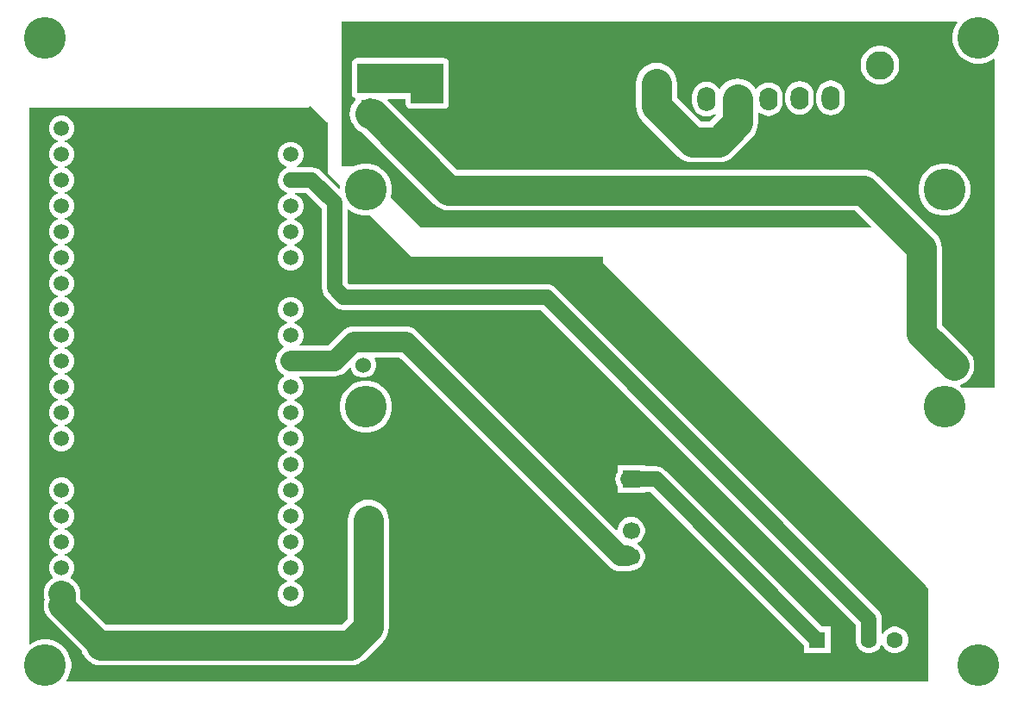
<source format=gtl>
G04*
G04 #@! TF.GenerationSoftware,Altium Limited,Altium Designer,24.9.1 (31)*
G04*
G04 Layer_Physical_Order=1*
G04 Layer_Color=255*
%FSTAX24Y24*%
%MOIN*%
G70*
G04*
G04 #@! TF.SameCoordinates,937A2281-D82C-41EB-8C72-0E8F8F28929F*
G04*
G04*
G04 #@! TF.FilePolarity,Positive*
G04*
G01*
G75*
%ADD18C,0.0591*%
%ADD34C,0.0984*%
%ADD35C,0.1181*%
%ADD36C,0.0787*%
%ADD37R,0.1260X0.1575*%
%ADD38R,0.3346X0.1181*%
%ADD39C,0.0669*%
%ADD40R,0.0669X0.0669*%
%ADD41C,0.0591*%
%ADD42R,0.0591X0.0591*%
%ADD43C,0.0600*%
%ADD44C,0.1614*%
%ADD45O,0.0700X0.0950*%
%ADD46O,0.0700X0.0900*%
%ADD47C,0.1100*%
%ADD48C,0.0630*%
%ADD49R,0.0630X0.0630*%
%ADD50C,0.0886*%
%ADD51R,0.0709X0.0709*%
%ADD52C,0.0500*%
G36*
X049457Y045937D02*
X049386Y04583D01*
X04931Y045647D01*
X049272Y045453D01*
Y045255D01*
X04931Y045061D01*
X049386Y044879D01*
X049496Y044714D01*
X049636Y044575D01*
X0498Y044465D01*
X049983Y044389D01*
X050177Y04435D01*
X050374D01*
X050568Y044389D01*
X050751Y044465D01*
X050858Y044536D01*
X050902Y044512D01*
Y031811D01*
X04963D01*
X049592Y031849D01*
X049566Y031866D01*
X049573Y031915D01*
X049623Y03193D01*
X04976Y032004D01*
X04988Y032102D01*
X049978Y032222D01*
X050051Y032359D01*
X050096Y032507D01*
X050111Y032661D01*
X050096Y032816D01*
X050051Y032964D01*
X049978Y033101D01*
X04988Y033221D01*
X048862Y034238D01*
Y037205D01*
X048862Y037205D01*
X048847Y037359D01*
X048802Y037508D01*
X048729Y037644D01*
X04863Y037764D01*
X04863Y037764D01*
X046378Y040017D01*
X046258Y040115D01*
X046121Y040188D01*
X045973Y040233D01*
X045818Y040248D01*
X030122D01*
X027433Y042938D01*
X027453Y042988D01*
X028146D01*
Y042795D01*
X028161Y042718D01*
X028205Y042653D01*
X02827Y04261D01*
X028346Y042595D01*
X029606D01*
X029683Y04261D01*
X029748Y042653D01*
X029792Y042718D01*
X029807Y042795D01*
Y04437D01*
X029792Y044447D01*
X029748Y044512D01*
X029683Y044556D01*
X029606Y044571D01*
X02626D01*
X026183Y044556D01*
X026118Y044512D01*
X026074Y044447D01*
X026059Y04437D01*
Y043189D01*
X026074Y043112D01*
X026118Y043047D01*
X026183Y043004D01*
X026185Y043003D01*
X026193Y04299D01*
X026202Y042949D01*
X026114Y042841D01*
X026041Y042704D01*
X025996Y042556D01*
X02598Y042402D01*
X025996Y042247D01*
X026041Y042099D01*
X026114Y041962D01*
X026212Y041842D01*
X026332Y041744D01*
X026455Y041678D01*
X029235Y038898D01*
X029235Y038898D01*
X029355Y038799D01*
X029492Y038726D01*
X02964Y038681D01*
X029795Y038666D01*
X029795Y038666D01*
X045491D01*
X046118Y038038D01*
X046099Y037992D01*
X02874D01*
X027564Y039168D01*
X027567Y039176D01*
X027606Y03937D01*
Y039568D01*
X027567Y039762D01*
X027492Y039944D01*
X027382Y040109D01*
X027242Y040249D01*
X027078Y040359D01*
X026895Y040434D01*
X026701Y040473D01*
X026503D01*
X026309Y040434D01*
X026133Y040361D01*
X02567D01*
Y045981D01*
X049434D01*
X049457Y045937D01*
D02*
G37*
G36*
X025079Y042087D02*
X025118D01*
Y040118D01*
X02561Y039627D01*
X025598Y039568D01*
Y039524D01*
X025552Y039504D01*
X024863Y040194D01*
X02476Y040272D01*
X02464Y040322D01*
X024512Y040339D01*
X023934D01*
X023921Y040389D01*
X023996Y040433D01*
X024088Y040524D01*
X024153Y040636D01*
X024186Y040762D01*
Y040891D01*
X024153Y041016D01*
X024088Y041129D01*
X023996Y04122D01*
X023884Y041285D01*
X023759Y041318D01*
X023629D01*
X023504Y041285D01*
X023392Y04122D01*
X0233Y041129D01*
X023236Y041016D01*
X023202Y040891D01*
Y040762D01*
X023236Y040636D01*
X0233Y040524D01*
X023392Y040433D01*
X023504Y040368D01*
X023533Y04036D01*
X023537Y040307D01*
X023453Y040272D01*
X02335Y040194D01*
X023271Y040091D01*
X023252Y040045D01*
X023236Y040016D01*
X023227Y039985D01*
X023221Y039971D01*
X023219Y039956D01*
X023202Y039891D01*
Y039762D01*
X023236Y039636D01*
X0233Y039524D01*
X023392Y039433D01*
X023504Y039368D01*
X023562Y039352D01*
Y0393D01*
X023504Y039285D01*
X023392Y03922D01*
X0233Y039129D01*
X023236Y039016D01*
X023202Y038891D01*
Y038762D01*
X023236Y038636D01*
X0233Y038524D01*
X023392Y038433D01*
X023504Y038368D01*
X023562Y038352D01*
Y0383D01*
X023504Y038285D01*
X023392Y03822D01*
X0233Y038129D01*
X023236Y038016D01*
X023202Y037891D01*
Y037762D01*
X023236Y037636D01*
X0233Y037524D01*
X023392Y037433D01*
X023504Y037368D01*
X023562Y037352D01*
Y037301D01*
X023504Y037285D01*
X023392Y03722D01*
X0233Y037129D01*
X023236Y037016D01*
X023202Y036891D01*
Y036762D01*
X023236Y036636D01*
X0233Y036524D01*
X023392Y036433D01*
X023504Y036368D01*
X023629Y036334D01*
X023759D01*
X023884Y036368D01*
X023996Y036433D01*
X024088Y036524D01*
X024153Y036636D01*
X024186Y036762D01*
Y036891D01*
X024153Y037016D01*
X024088Y037129D01*
X023996Y03722D01*
X023884Y037285D01*
X023826Y037301D01*
Y037352D01*
X023884Y037368D01*
X023996Y037433D01*
X024088Y037524D01*
X024153Y037636D01*
X024186Y037762D01*
Y037891D01*
X024153Y038016D01*
X024088Y038129D01*
X023996Y03822D01*
X023884Y038285D01*
X023826Y0383D01*
Y038352D01*
X023884Y038368D01*
X023996Y038433D01*
X024088Y038524D01*
X024153Y038636D01*
X024186Y038762D01*
Y038891D01*
X024153Y039016D01*
X024088Y039129D01*
X023996Y03922D01*
X023884Y039285D01*
X023842Y039296D01*
X023849Y039346D01*
X024306D01*
X024897Y038755D01*
Y035659D01*
X024914Y03553D01*
X024964Y03541D01*
X025043Y035308D01*
X025389Y034962D01*
X025491Y034883D01*
X025611Y034833D01*
X02574Y034816D01*
X033379D01*
X045543Y022653D01*
Y022172D01*
X045528Y022115D01*
Y02198D01*
X045562Y02185D01*
X04563Y021733D01*
X045725Y021638D01*
X045842Y02157D01*
X045972Y021535D01*
X046107D01*
X046237Y02157D01*
X046354Y021638D01*
X046449Y021733D01*
X046512Y021843D01*
X046539Y021847D01*
X046566Y021843D01*
X04663Y021733D01*
X046725Y021638D01*
X046842Y02157D01*
X046972Y021535D01*
X047107D01*
X047237Y02157D01*
X047354Y021638D01*
X047449Y021733D01*
X047516Y02185D01*
X047551Y02198D01*
Y022115D01*
X047516Y022245D01*
X047449Y022362D01*
X047354Y022457D01*
X047237Y022524D01*
X047107Y022559D01*
X046972D01*
X046842Y022524D01*
X046725Y022457D01*
X04663Y022362D01*
X046586Y022285D01*
X046536Y022299D01*
Y022858D01*
X046519Y022987D01*
X046469Y023106D01*
X04639Y023209D01*
X033936Y035664D01*
X033833Y035743D01*
X033713Y035792D01*
X033585Y035809D01*
X025945D01*
X02589Y035864D01*
Y038696D01*
X025936Y038715D01*
X025962Y038689D01*
X026126Y038579D01*
X026309Y038504D01*
X026503Y038465D01*
X026701D01*
X02676Y038477D01*
X028346Y03689D01*
X035748D01*
Y036654D01*
X048346Y024055D01*
Y020437D01*
X015055D01*
X015031Y020481D01*
X015102Y020587D01*
X015178Y02077D01*
X015217Y020964D01*
Y021162D01*
X015178Y021356D01*
X015102Y021539D01*
X014992Y021703D01*
X014853Y021843D01*
X014688Y021953D01*
X014505Y022028D01*
X014311Y022067D01*
X014114D01*
X01392Y022028D01*
X013737Y021953D01*
X013631Y021881D01*
X013586Y021905D01*
Y042638D01*
X02437D01*
X024449Y042717D01*
X025079Y042087D01*
D02*
G37*
%LPC*%
G36*
X046538Y045038D02*
X046391D01*
X046247Y045009D01*
X046111Y044953D01*
X045988Y044871D01*
X045884Y044767D01*
X045803Y044645D01*
X045746Y044509D01*
X045718Y044365D01*
Y044218D01*
X045746Y044073D01*
X045803Y043938D01*
X045884Y043815D01*
X045988Y043711D01*
X046111Y043629D01*
X046247Y043573D01*
X046391Y043544D01*
X046538D01*
X046682Y043573D01*
X046818Y043629D01*
X046941Y043711D01*
X047045Y043815D01*
X047126Y043938D01*
X047183Y044073D01*
X047211Y044218D01*
Y044365D01*
X047183Y044509D01*
X047126Y044645D01*
X047045Y044767D01*
X046941Y044871D01*
X046818Y044953D01*
X046682Y045009D01*
X046538Y045038D01*
D02*
G37*
G36*
X043361Y043673D02*
X043218Y043654D01*
X043085Y043599D01*
X042971Y043511D01*
X042883Y043397D01*
X042828Y043264D01*
X042809Y043121D01*
Y042921D01*
X042828Y042779D01*
X042883Y042645D01*
X042971Y042531D01*
X043085Y042444D01*
X043218Y042388D01*
X043361Y04237D01*
X043504Y042388D01*
X043637Y042444D01*
X043751Y042531D01*
X043839Y042645D01*
X043894Y042779D01*
X043913Y042921D01*
Y043121D01*
X043894Y043264D01*
X043839Y043397D01*
X043751Y043511D01*
X043637Y043599D01*
X043504Y043654D01*
X043361Y043673D01*
D02*
G37*
G36*
X044561Y043698D02*
X044418Y043679D01*
X044285Y043624D01*
X044171Y043536D01*
X044083Y043422D01*
X044028Y043289D01*
X044009Y043146D01*
Y042896D01*
X044028Y042754D01*
X044083Y04262D01*
X044171Y042506D01*
X044285Y042419D01*
X044418Y042363D01*
X044561Y042345D01*
X044704Y042363D01*
X044837Y042419D01*
X044951Y042506D01*
X045039Y04262D01*
X045094Y042754D01*
X045113Y042896D01*
Y043146D01*
X045094Y043289D01*
X045039Y043422D01*
X044951Y043536D01*
X044837Y043624D01*
X044704Y043679D01*
X044561Y043698D01*
D02*
G37*
G36*
X037835Y044374D02*
X03768Y044359D01*
X037532Y044314D01*
X037395Y044241D01*
X037275Y044142D01*
X037177Y044022D01*
X037104Y043885D01*
X037059Y043737D01*
X037043Y043583D01*
Y042717D01*
X037059Y042562D01*
X037104Y042414D01*
X037177Y042277D01*
X037275Y042157D01*
X038676Y040757D01*
X038676Y040757D01*
X038796Y040658D01*
X038932Y040585D01*
X039081Y04054D01*
X039235Y040525D01*
X039235Y040525D01*
X040214D01*
X040368Y04054D01*
X040516Y040585D01*
X040653Y040658D01*
X040773Y040757D01*
X041521Y041504D01*
X041619Y041624D01*
X041692Y041761D01*
X041737Y041909D01*
X041752Y042063D01*
X041752Y042063D01*
Y042433D01*
X041802Y042457D01*
X041885Y042394D01*
X042018Y042338D01*
X042161Y04232D01*
X042304Y042338D01*
X042437Y042394D01*
X042551Y042481D01*
X042639Y042595D01*
X042694Y042729D01*
X042713Y042871D01*
Y043071D01*
X042694Y043214D01*
X042639Y043347D01*
X042551Y043461D01*
X042437Y043549D01*
X042304Y043604D01*
X042161Y043623D01*
X042018Y043604D01*
X041885Y043549D01*
X041771Y043461D01*
X041699Y043367D01*
X041641Y043369D01*
X041619Y043411D01*
X041521Y043531D01*
X041401Y043629D01*
X041264Y043702D01*
X041115Y043747D01*
X040961Y043762D01*
X040807Y043747D01*
X040658Y043702D01*
X040521Y043629D01*
X040402Y043531D01*
X040303Y043411D01*
X040285Y043377D01*
X040231Y043382D01*
X040151Y043486D01*
X040037Y043574D01*
X039904Y043629D01*
X039761Y043648D01*
X039618Y043629D01*
X039485Y043574D01*
X039371Y043486D01*
X039283Y043372D01*
X039228Y043239D01*
X039209Y043096D01*
Y042846D01*
X039228Y042703D01*
X039283Y04257D01*
X039371Y042456D01*
X039485Y042369D01*
X039618Y042313D01*
X039761Y042295D01*
X039904Y042313D01*
X040037Y042369D01*
X040086Y042406D01*
X04014Y042385D01*
X040144Y042365D01*
X039886Y042107D01*
X039563D01*
X038626Y043044D01*
Y043583D01*
X038611Y043737D01*
X038566Y043885D01*
X038493Y044022D01*
X038394Y044142D01*
X038274Y044241D01*
X038137Y044314D01*
X037989Y044359D01*
X037835Y044374D01*
D02*
G37*
G36*
X049051Y040473D02*
X048853D01*
X048659Y040434D01*
X048476Y040359D01*
X048312Y040249D01*
X048172Y040109D01*
X048062Y039944D01*
X047987Y039762D01*
X047948Y039568D01*
Y03937D01*
X047987Y039176D01*
X048062Y038993D01*
X048172Y038829D01*
X048312Y038689D01*
X048476Y038579D01*
X048659Y038504D01*
X048853Y038465D01*
X049051D01*
X049245Y038504D01*
X049428Y038579D01*
X049592Y038689D01*
X049732Y038829D01*
X049842Y038993D01*
X049917Y039176D01*
X049956Y03937D01*
Y039568D01*
X049917Y039762D01*
X049842Y039944D01*
X049732Y040109D01*
X049592Y040249D01*
X049428Y040359D01*
X049245Y040434D01*
X049051Y040473D01*
D02*
G37*
G36*
X026701Y032073D02*
X026503D01*
X026309Y032034D01*
X026126Y031959D01*
X025962Y031849D01*
X025822Y031709D01*
X025712Y031544D01*
X025637Y031362D01*
X025598Y031168D01*
Y03097D01*
X025637Y030776D01*
X025712Y030593D01*
X025822Y030429D01*
X025962Y030289D01*
X026126Y030179D01*
X026309Y030104D01*
X026503Y030065D01*
X026701D01*
X026895Y030104D01*
X027078Y030179D01*
X027242Y030289D01*
X027382Y030429D01*
X027492Y030593D01*
X027567Y030776D01*
X027606Y03097D01*
Y031168D01*
X027567Y031362D01*
X027492Y031544D01*
X027382Y031709D01*
X027242Y031849D01*
X027078Y031959D01*
X026895Y032034D01*
X026701Y032073D01*
D02*
G37*
G36*
X014907Y042335D02*
X014778D01*
X014653Y042301D01*
X01454Y042236D01*
X014449Y042145D01*
X014384Y042032D01*
X01435Y041907D01*
Y041778D01*
X014384Y041653D01*
X014449Y04154D01*
X01454Y041449D01*
X014653Y041384D01*
X014711Y041368D01*
Y041317D01*
X014653Y041301D01*
X01454Y041236D01*
X014449Y041145D01*
X014384Y041032D01*
X01435Y040907D01*
Y040778D01*
X014384Y040653D01*
X014449Y04054D01*
X01454Y040449D01*
X014653Y040384D01*
X014711Y040368D01*
Y040317D01*
X014653Y040301D01*
X01454Y040236D01*
X014449Y040145D01*
X014384Y040032D01*
X01435Y039907D01*
Y039778D01*
X014384Y039653D01*
X014449Y03954D01*
X01454Y039449D01*
X014653Y039384D01*
X014711Y039368D01*
Y039317D01*
X014653Y039301D01*
X01454Y039236D01*
X014449Y039145D01*
X014384Y039032D01*
X01435Y038907D01*
Y038778D01*
X014384Y038653D01*
X014449Y03854D01*
X01454Y038449D01*
X014653Y038384D01*
X014711Y038368D01*
Y038317D01*
X014653Y038301D01*
X01454Y038236D01*
X014449Y038145D01*
X014384Y038032D01*
X01435Y037907D01*
Y037778D01*
X014384Y037653D01*
X014449Y03754D01*
X01454Y037449D01*
X014653Y037384D01*
X014711Y037368D01*
Y037317D01*
X014653Y037301D01*
X01454Y037236D01*
X014449Y037145D01*
X014384Y037032D01*
X01435Y036907D01*
Y036778D01*
X014384Y036653D01*
X014449Y03654D01*
X01454Y036449D01*
X014653Y036384D01*
X014711Y036368D01*
Y036317D01*
X014653Y036301D01*
X01454Y036236D01*
X014449Y036145D01*
X014384Y036032D01*
X01435Y035907D01*
Y035778D01*
X014384Y035653D01*
X014449Y03554D01*
X01454Y035449D01*
X014653Y035384D01*
X014711Y035368D01*
Y035317D01*
X014653Y035301D01*
X01454Y035236D01*
X014449Y035145D01*
X014384Y035032D01*
X01435Y034907D01*
Y034778D01*
X014384Y034653D01*
X014449Y03454D01*
X01454Y034449D01*
X014653Y034384D01*
X014711Y034368D01*
Y034317D01*
X014653Y034301D01*
X01454Y034236D01*
X014449Y034145D01*
X014384Y034032D01*
X01435Y033907D01*
Y033778D01*
X014384Y033653D01*
X014449Y03354D01*
X01454Y033449D01*
X014653Y033384D01*
X014711Y033368D01*
Y033317D01*
X014653Y033301D01*
X01454Y033236D01*
X014449Y033145D01*
X014384Y033032D01*
X01435Y032907D01*
Y032778D01*
X014384Y032653D01*
X014449Y03254D01*
X01454Y032449D01*
X014653Y032384D01*
X014711Y032368D01*
Y032317D01*
X014653Y032301D01*
X01454Y032236D01*
X014449Y032145D01*
X014384Y032032D01*
X01435Y031907D01*
Y031778D01*
X014384Y031653D01*
X014449Y03154D01*
X01454Y031449D01*
X014653Y031384D01*
X014711Y031368D01*
Y031317D01*
X014653Y031301D01*
X01454Y031236D01*
X014449Y031145D01*
X014384Y031032D01*
X01435Y030907D01*
Y030778D01*
X014384Y030653D01*
X014449Y03054D01*
X01454Y030449D01*
X014653Y030384D01*
X014711Y030368D01*
Y030317D01*
X014653Y030301D01*
X01454Y030236D01*
X014449Y030145D01*
X014384Y030032D01*
X01435Y029907D01*
Y029778D01*
X014384Y029653D01*
X014449Y02954D01*
X01454Y029449D01*
X014653Y029384D01*
X014778Y02935D01*
X014907D01*
X015032Y029384D01*
X015145Y029449D01*
X015236Y02954D01*
X015301Y029653D01*
X015335Y029778D01*
Y029907D01*
X015301Y030032D01*
X015236Y030145D01*
X015145Y030236D01*
X015032Y030301D01*
X014975Y030317D01*
Y030368D01*
X015032Y030384D01*
X015145Y030449D01*
X015236Y03054D01*
X015301Y030653D01*
X015335Y030778D01*
Y030907D01*
X015301Y031032D01*
X015236Y031145D01*
X015145Y031236D01*
X015032Y031301D01*
X014975Y031317D01*
Y031368D01*
X015032Y031384D01*
X015145Y031449D01*
X015236Y03154D01*
X015301Y031653D01*
X015335Y031778D01*
Y031907D01*
X015301Y032032D01*
X015236Y032145D01*
X015145Y032236D01*
X015032Y032301D01*
X014975Y032317D01*
Y032368D01*
X015032Y032384D01*
X015145Y032449D01*
X015236Y03254D01*
X015301Y032653D01*
X015335Y032778D01*
Y032907D01*
X015301Y033032D01*
X015236Y033145D01*
X015145Y033236D01*
X015032Y033301D01*
X014975Y033317D01*
Y033368D01*
X015032Y033384D01*
X015145Y033449D01*
X015236Y03354D01*
X015301Y033653D01*
X015335Y033778D01*
Y033907D01*
X015301Y034032D01*
X015236Y034145D01*
X015145Y034236D01*
X015032Y034301D01*
X014975Y034317D01*
Y034368D01*
X015032Y034384D01*
X015145Y034449D01*
X015236Y03454D01*
X015301Y034653D01*
X015335Y034778D01*
Y034907D01*
X015301Y035032D01*
X015236Y035145D01*
X015145Y035236D01*
X015032Y035301D01*
X014975Y035317D01*
Y035368D01*
X015032Y035384D01*
X015145Y035449D01*
X015236Y03554D01*
X015301Y035653D01*
X015335Y035778D01*
Y035907D01*
X015301Y036032D01*
X015236Y036145D01*
X015145Y036236D01*
X015032Y036301D01*
X014975Y036317D01*
Y036368D01*
X015032Y036384D01*
X015145Y036449D01*
X015236Y03654D01*
X015301Y036653D01*
X015335Y036778D01*
Y036907D01*
X015301Y037032D01*
X015236Y037145D01*
X015145Y037236D01*
X015032Y037301D01*
X014975Y037317D01*
Y037368D01*
X015032Y037384D01*
X015145Y037449D01*
X015236Y03754D01*
X015301Y037653D01*
X015335Y037778D01*
Y037907D01*
X015301Y038032D01*
X015236Y038145D01*
X015145Y038236D01*
X015032Y038301D01*
X014975Y038317D01*
Y038368D01*
X015032Y038384D01*
X015145Y038449D01*
X015236Y03854D01*
X015301Y038653D01*
X015335Y038778D01*
Y038907D01*
X015301Y039032D01*
X015236Y039145D01*
X015145Y039236D01*
X015032Y039301D01*
X014975Y039317D01*
Y039368D01*
X015032Y039384D01*
X015145Y039449D01*
X015236Y03954D01*
X015301Y039653D01*
X015335Y039778D01*
Y039907D01*
X015301Y040032D01*
X015236Y040145D01*
X015145Y040236D01*
X015032Y040301D01*
X014975Y040317D01*
Y040368D01*
X015032Y040384D01*
X015145Y040449D01*
X015236Y04054D01*
X015301Y040653D01*
X015335Y040778D01*
Y040907D01*
X015301Y041032D01*
X015236Y041145D01*
X015145Y041236D01*
X015032Y041301D01*
X014975Y041317D01*
Y041368D01*
X015032Y041384D01*
X015145Y041449D01*
X015236Y04154D01*
X015301Y041653D01*
X015335Y041778D01*
Y041907D01*
X015301Y042032D01*
X015236Y042145D01*
X015145Y042236D01*
X015032Y042301D01*
X014907Y042335D01*
D02*
G37*
G36*
X023759Y035319D02*
X023629D01*
X023504Y035285D01*
X023392Y03522D01*
X0233Y035129D01*
X023236Y035016D01*
X023202Y034891D01*
Y034762D01*
X023236Y034636D01*
X0233Y034524D01*
X023392Y034433D01*
X023504Y034368D01*
X023562Y034352D01*
Y0343D01*
X023504Y034285D01*
X023392Y03422D01*
X0233Y034129D01*
X023236Y034016D01*
X023202Y033891D01*
Y033762D01*
X023236Y033636D01*
X0233Y033524D01*
X023392Y033433D01*
X023424Y033414D01*
X023423Y033364D01*
X023371Y033336D01*
X023281Y033262D01*
X023207Y033172D01*
X023153Y03307D01*
X023119Y032958D01*
X023107Y032843D01*
X023119Y032727D01*
X023153Y032615D01*
X023207Y032513D01*
X023281Y032423D01*
X023371Y032349D01*
X023446Y032309D01*
X023447Y032252D01*
X023392Y03222D01*
X0233Y032129D01*
X023236Y032016D01*
X023202Y031891D01*
Y031762D01*
X023236Y031636D01*
X0233Y031524D01*
X023392Y031433D01*
X023504Y031368D01*
X023562Y031352D01*
Y0313D01*
X023504Y031285D01*
X023392Y03122D01*
X0233Y031129D01*
X023236Y031016D01*
X023202Y030891D01*
Y030762D01*
X023236Y030636D01*
X0233Y030524D01*
X023392Y030433D01*
X023504Y030368D01*
X023562Y030352D01*
Y030301D01*
X023504Y030285D01*
X023392Y03022D01*
X0233Y030129D01*
X023236Y030016D01*
X023202Y029891D01*
Y029762D01*
X023236Y029636D01*
X0233Y029524D01*
X023392Y029433D01*
X023504Y029368D01*
X023562Y029352D01*
Y0293D01*
X023504Y029285D01*
X023392Y02922D01*
X0233Y029129D01*
X023236Y029016D01*
X023202Y028891D01*
Y028762D01*
X023236Y028636D01*
X0233Y028524D01*
X023392Y028433D01*
X023504Y028368D01*
X023562Y028352D01*
Y0283D01*
X023504Y028285D01*
X023392Y02822D01*
X0233Y028129D01*
X023236Y028016D01*
X023202Y027891D01*
Y027762D01*
X023236Y027636D01*
X0233Y027524D01*
X023392Y027433D01*
X023504Y027368D01*
X023562Y027352D01*
Y027301D01*
X023504Y027285D01*
X023392Y02722D01*
X0233Y027129D01*
X023236Y027016D01*
X023202Y026891D01*
Y026762D01*
X023236Y026636D01*
X0233Y026524D01*
X023392Y026433D01*
X023504Y026368D01*
X023562Y026352D01*
Y0263D01*
X023504Y026285D01*
X023392Y02622D01*
X0233Y026129D01*
X023236Y026016D01*
X023202Y025891D01*
Y025762D01*
X023236Y025636D01*
X0233Y025524D01*
X023392Y025433D01*
X023504Y025368D01*
X023562Y025352D01*
Y025301D01*
X023504Y025285D01*
X023392Y02522D01*
X0233Y025129D01*
X023236Y025016D01*
X023202Y024891D01*
Y024762D01*
X023236Y024636D01*
X0233Y024524D01*
X023392Y024433D01*
X023504Y024368D01*
X023562Y024352D01*
Y0243D01*
X023504Y024285D01*
X023392Y02422D01*
X0233Y024129D01*
X023236Y024016D01*
X023202Y023891D01*
Y023762D01*
X023236Y023636D01*
X0233Y023524D01*
X023392Y023433D01*
X023504Y023368D01*
X023629Y023334D01*
X023759D01*
X023884Y023368D01*
X023996Y023433D01*
X024088Y023524D01*
X024153Y023636D01*
X024186Y023762D01*
Y023891D01*
X024153Y024016D01*
X024088Y024129D01*
X023996Y02422D01*
X023884Y024285D01*
X023826Y0243D01*
Y024352D01*
X023884Y024368D01*
X023996Y024433D01*
X024088Y024524D01*
X024153Y024636D01*
X024186Y024762D01*
Y024891D01*
X024153Y025016D01*
X024088Y025129D01*
X023996Y02522D01*
X023884Y025285D01*
X023826Y025301D01*
Y025352D01*
X023884Y025368D01*
X023996Y025433D01*
X024088Y025524D01*
X024153Y025636D01*
X024186Y025762D01*
Y025891D01*
X024153Y026016D01*
X024088Y026129D01*
X023996Y02622D01*
X023884Y026285D01*
X023826Y0263D01*
Y026352D01*
X023884Y026368D01*
X023996Y026433D01*
X024088Y026524D01*
X024153Y026636D01*
X024186Y026762D01*
Y026891D01*
X024153Y027016D01*
X024088Y027129D01*
X023996Y02722D01*
X023884Y027285D01*
X023826Y027301D01*
Y027352D01*
X023884Y027368D01*
X023996Y027433D01*
X024088Y027524D01*
X024153Y027636D01*
X024186Y027762D01*
Y027891D01*
X024153Y028016D01*
X024088Y028129D01*
X023996Y02822D01*
X023884Y028285D01*
X023826Y0283D01*
Y028352D01*
X023884Y028368D01*
X023996Y028433D01*
X024088Y028524D01*
X024153Y028636D01*
X024186Y028762D01*
Y028891D01*
X024153Y029016D01*
X024088Y029129D01*
X023996Y02922D01*
X023884Y029285D01*
X023826Y0293D01*
Y029352D01*
X023884Y029368D01*
X023996Y029433D01*
X024088Y029524D01*
X024153Y029636D01*
X024186Y029762D01*
Y029891D01*
X024153Y030016D01*
X024088Y030129D01*
X023996Y03022D01*
X023884Y030285D01*
X023826Y030301D01*
Y030352D01*
X023884Y030368D01*
X023996Y030433D01*
X024088Y030524D01*
X024153Y030636D01*
X024186Y030762D01*
Y030891D01*
X024153Y031016D01*
X024088Y031129D01*
X023996Y03122D01*
X023884Y031285D01*
X023826Y0313D01*
Y031352D01*
X023884Y031368D01*
X023996Y031433D01*
X024088Y031524D01*
X024153Y031636D01*
X024186Y031762D01*
Y031891D01*
X024153Y032016D01*
X024088Y032129D01*
X024017Y032199D01*
X024038Y032249D01*
X025394D01*
X02551Y032261D01*
X025621Y032294D01*
X025724Y032349D01*
X025814Y032423D01*
X02597Y032579D01*
X026018Y032566D01*
X026037Y032497D01*
X026102Y032384D01*
X026195Y032291D01*
X026308Y032226D01*
X026435Y032192D01*
X026565D01*
X026692Y032226D01*
X026805Y032291D01*
X026898Y032384D01*
X026963Y032497D01*
X026997Y032624D01*
Y032754D01*
X026963Y032881D01*
X026927Y032943D01*
X026952Y032986D01*
X027907D01*
X036015Y024878D01*
X036105Y024805D01*
X036207Y02475D01*
X036319Y024716D01*
X036434Y024705D01*
X036706D01*
X036822Y024716D01*
X036888Y024736D01*
X03692D01*
X037056Y024772D01*
X037177Y024842D01*
X037276Y024941D01*
X037346Y025063D01*
X037382Y025198D01*
Y025338D01*
X037346Y025473D01*
X037276Y025594D01*
X037177Y025693D01*
X037105Y025734D01*
X037091Y025746D01*
X037095Y025795D01*
X037177Y025842D01*
X037276Y025941D01*
X037346Y026063D01*
X037382Y026198D01*
Y026338D01*
X037346Y026473D01*
X037276Y026594D01*
X037177Y026693D01*
X037056Y026763D01*
X03692Y026799D01*
X03678D01*
X036645Y026763D01*
X036524Y026693D01*
X036425Y026594D01*
X036355Y026473D01*
X036319Y026338D01*
Y026318D01*
X036273Y026299D01*
X028572Y033999D01*
X028482Y034073D01*
X02838Y034128D01*
X028269Y034162D01*
X028153Y034173D01*
X026131D01*
X026015Y034162D01*
X025904Y034128D01*
X025801Y034073D01*
X025712Y033999D01*
X025148Y033436D01*
X024065D01*
X024046Y033482D01*
X024088Y033524D01*
X024153Y033636D01*
X024186Y033762D01*
Y033891D01*
X024153Y034016D01*
X024088Y034129D01*
X023996Y03422D01*
X023884Y034285D01*
X023826Y0343D01*
Y034352D01*
X023884Y034368D01*
X023996Y034433D01*
X024088Y034524D01*
X024153Y034636D01*
X024186Y034762D01*
Y034891D01*
X024153Y035016D01*
X024088Y035129D01*
X023996Y03522D01*
X023884Y035285D01*
X023759Y035319D01*
D02*
G37*
G36*
X037382Y028799D02*
X036319D01*
Y028541D01*
X036302Y02852D01*
X036253Y0284D01*
X036236Y028272D01*
X036253Y028143D01*
X036302Y028023D01*
X036319Y028002D01*
Y027736D01*
X037382D01*
Y027775D01*
X037609D01*
X043528Y021857D01*
Y021535D01*
X044551D01*
Y022559D01*
X04423D01*
X038166Y028623D01*
X038063Y028702D01*
X037943Y028751D01*
X037815Y028768D01*
X037382D01*
Y028799D01*
D02*
G37*
G36*
X014907Y028335D02*
X014778D01*
X014653Y028301D01*
X01454Y028236D01*
X014449Y028145D01*
X014384Y028032D01*
X01435Y027907D01*
Y027778D01*
X014384Y027653D01*
X014449Y02754D01*
X01454Y027449D01*
X014653Y027384D01*
X014711Y027368D01*
Y027317D01*
X014653Y027301D01*
X01454Y027236D01*
X014449Y027145D01*
X014384Y027032D01*
X01435Y026907D01*
Y026778D01*
X014384Y026653D01*
X014449Y02654D01*
X01454Y026449D01*
X014653Y026384D01*
X014711Y026368D01*
Y026317D01*
X014653Y026301D01*
X01454Y026236D01*
X014449Y026145D01*
X014384Y026032D01*
X01435Y025907D01*
Y025778D01*
X014384Y025653D01*
X014449Y02554D01*
X01454Y025449D01*
X014653Y025384D01*
X014711Y025368D01*
Y025317D01*
X014653Y025301D01*
X01454Y025236D01*
X014449Y025145D01*
X014384Y025032D01*
X01435Y024907D01*
Y024778D01*
X014384Y024653D01*
X014449Y02454D01*
X014502Y024487D01*
X014495Y024438D01*
X014458Y024418D01*
X014356Y024335D01*
X01435D01*
Y024329D01*
X014267Y024227D01*
X014203Y024107D01*
X014164Y023978D01*
X01415Y023843D01*
X014164Y023707D01*
X01419Y023622D01*
Y023607D01*
X014164Y023521D01*
X01415Y023386D01*
X014164Y023251D01*
X014203Y023121D01*
X014267Y023001D01*
X014353Y022896D01*
X015623Y021626D01*
X015647Y021548D01*
X01572Y021411D01*
X015818Y021291D01*
X015938Y021193D01*
X016075Y021119D01*
X016224Y021074D01*
X016378Y021059D01*
X026001D01*
X026155Y021074D01*
X026304Y021119D01*
X026441Y021193D01*
X026561Y021291D01*
X027252Y021983D01*
X027252Y021983D01*
X027351Y022103D01*
X027424Y022239D01*
X027469Y022388D01*
X027484Y022542D01*
X027484Y022542D01*
Y026687D01*
X027469Y026841D01*
X027424Y02699D01*
X027351Y027126D01*
X027252Y027246D01*
X027132Y027345D01*
X026996Y027418D01*
X026847Y027463D01*
X026693Y027478D01*
X026539Y027463D01*
X02639Y027418D01*
X026253Y027345D01*
X026133Y027246D01*
X026035Y027126D01*
X025962Y02699D01*
X025917Y026841D01*
X025902Y026687D01*
Y02287D01*
X025673Y022642D01*
X016566D01*
X015574Y023633D01*
Y023803D01*
X015561Y023938D01*
X015522Y024068D01*
X015458Y024188D01*
X015371Y024293D01*
X015335Y024329D01*
Y024335D01*
X015329D01*
X015227Y024418D01*
X015191Y024438D01*
X015183Y024487D01*
X015236Y02454D01*
X015301Y024653D01*
X015335Y024778D01*
Y024907D01*
X015301Y025032D01*
X015236Y025145D01*
X015145Y025236D01*
X015032Y025301D01*
X014975Y025317D01*
Y025368D01*
X015032Y025384D01*
X015145Y025449D01*
X015236Y02554D01*
X015301Y025653D01*
X015335Y025778D01*
Y025907D01*
X015301Y026032D01*
X015236Y026145D01*
X015145Y026236D01*
X015032Y026301D01*
X014975Y026317D01*
Y026368D01*
X015032Y026384D01*
X015145Y026449D01*
X015236Y02654D01*
X015301Y026653D01*
X015335Y026778D01*
Y026907D01*
X015301Y027032D01*
X015236Y027145D01*
X015145Y027236D01*
X015032Y027301D01*
X014975Y027317D01*
Y027368D01*
X015032Y027384D01*
X015145Y027449D01*
X015236Y02754D01*
X015301Y027653D01*
X015335Y027778D01*
Y027907D01*
X015301Y028032D01*
X015236Y028145D01*
X015145Y028236D01*
X015032Y028301D01*
X014907Y028335D01*
D02*
G37*
%LPD*%
D18*
X02574Y035313D02*
X033585D01*
X046039Y022858D01*
X025394Y035659D02*
X02574Y035313D01*
X025394Y035659D02*
Y038961D01*
X024512Y039843D02*
X025394Y038961D01*
X023701Y039843D02*
X024512D01*
X036732Y028272D02*
X037815D01*
X044039Y022047D01*
X046039D02*
Y022858D01*
D34*
X014882Y023583D02*
Y023803D01*
X014843Y023843D02*
X014882Y023803D01*
X014843Y023386D02*
X016378Y02185D01*
D35*
X026001D01*
X026772Y042402D02*
X02685D01*
X029795Y039457D02*
X045818D01*
X02685Y042402D02*
X029795Y039457D01*
X045818D02*
X048071Y037205D01*
Y033911D02*
Y037205D01*
Y033911D02*
X04932Y032661D01*
X026001Y02185D02*
X026693Y022542D01*
Y026687D01*
X037835Y042717D02*
Y043583D01*
X040214Y041316D02*
X040961Y042063D01*
X039235Y041316D02*
X040214D01*
X040961Y042063D02*
Y042971D01*
X037835Y042717D02*
X039235Y041316D01*
D36*
X026772Y042402D02*
Y042598D01*
X025394Y032843D02*
X026131Y03358D01*
X023701Y032843D02*
X025394D01*
X026131Y03358D02*
X028153D01*
X036434Y025298D02*
X036706D01*
X028153Y03358D02*
X036434Y025298D01*
D37*
X028976Y043583D02*
D03*
D38*
X027933Y04378D02*
D03*
D39*
X03685Y025268D02*
D03*
Y026268D02*
D03*
Y027268D02*
D03*
D40*
Y028268D02*
D03*
D41*
X023694Y023826D02*
D03*
Y024826D02*
D03*
Y025826D02*
D03*
Y026826D02*
D03*
Y027826D02*
D03*
Y028826D02*
D03*
Y029826D02*
D03*
Y030826D02*
D03*
Y031826D02*
D03*
Y032826D02*
D03*
Y033826D02*
D03*
Y035826D02*
D03*
Y039826D02*
D03*
Y036826D02*
D03*
Y037826D02*
D03*
Y038826D02*
D03*
Y040826D02*
D03*
Y034826D02*
D03*
X014843Y024843D02*
D03*
Y025843D02*
D03*
Y038843D02*
D03*
Y037843D02*
D03*
Y036843D02*
D03*
Y035843D02*
D03*
Y034843D02*
D03*
Y039843D02*
D03*
Y041843D02*
D03*
Y040843D02*
D03*
Y033843D02*
D03*
Y032843D02*
D03*
Y031843D02*
D03*
Y030843D02*
D03*
Y029843D02*
D03*
Y028843D02*
D03*
Y027843D02*
D03*
Y026843D02*
D03*
D42*
X023694Y041826D02*
D03*
X014843Y023843D02*
D03*
D43*
X049248Y032689D02*
D03*
X0265Y037748D02*
D03*
Y032689D02*
D03*
X049201Y037748D02*
D03*
D44*
X048952Y031069D02*
D03*
Y039469D02*
D03*
X026602Y031069D02*
D03*
Y039469D02*
D03*
X050276Y045354D02*
D03*
X014213Y021063D02*
D03*
X050276D02*
D03*
X014213Y045354D02*
D03*
D45*
X044561Y043021D02*
D03*
X039761Y042971D02*
D03*
D46*
X043361Y043021D02*
D03*
X042161Y042971D02*
D03*
X040961D02*
D03*
D47*
X048465Y044291D02*
D03*
X046465D02*
D03*
D48*
X047039Y022047D02*
D03*
X045039D02*
D03*
X046039D02*
D03*
D49*
X044039D02*
D03*
D50*
X037835Y043583D02*
D03*
X028937D02*
D03*
D51*
X026772Y042598D02*
D03*
Y043598D02*
D03*
D52*
X026615Y026765D02*
D03*
M02*

</source>
